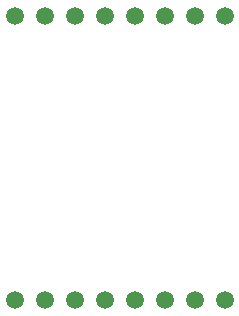
<source format=gbr>
%TF.GenerationSoftware,KiCad,Pcbnew,7.0.10-7.0.10~ubuntu22.04.1*%
%TF.CreationDate,2024-03-01T21:08:23-05:00*%
%TF.ProjectId,digit_8x9,64696769-745f-4387-9839-2e6b69636164,rev?*%
%TF.SameCoordinates,Original*%
%TF.FileFunction,Soldermask,Top*%
%TF.FilePolarity,Negative*%
%FSLAX46Y46*%
G04 Gerber Fmt 4.6, Leading zero omitted, Abs format (unit mm)*
G04 Created by KiCad (PCBNEW 7.0.10-7.0.10~ubuntu22.04.1) date 2024-03-01 21:08:23*
%MOMM*%
%LPD*%
G01*
G04 APERTURE LIST*
%ADD10C,1.500000*%
G04 APERTURE END LIST*
D10*
%TO.C,LED1*%
X83000000Y-69000000D03*
X85540000Y-69000000D03*
X88080000Y-69000000D03*
X90620000Y-69000000D03*
X93160000Y-69000000D03*
X95700000Y-69000000D03*
X98240000Y-69000000D03*
X100780000Y-69000000D03*
X100780000Y-45000000D03*
X98240000Y-45000000D03*
X95700000Y-45000000D03*
X93160000Y-45000000D03*
X90620000Y-45000000D03*
X88080000Y-45000000D03*
X85540000Y-45000000D03*
X83000000Y-45000000D03*
%TD*%
M02*

</source>
